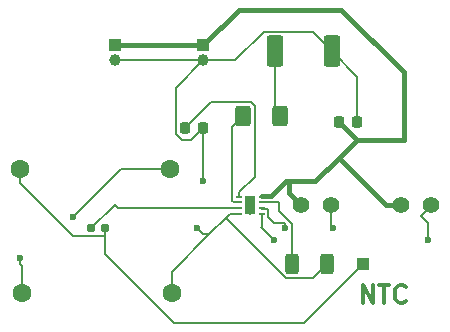
<source format=gbr>
%TF.GenerationSoftware,KiCad,Pcbnew,9.0.6*%
%TF.CreationDate,2025-11-11T17:34:41+05:30*%
%TF.ProjectId,battery_circuit,62617474-6572-4795-9f63-697263756974,rev?*%
%TF.SameCoordinates,Original*%
%TF.FileFunction,Copper,L1,Top*%
%TF.FilePolarity,Positive*%
%FSLAX46Y46*%
G04 Gerber Fmt 4.6, Leading zero omitted, Abs format (unit mm)*
G04 Created by KiCad (PCBNEW 9.0.6) date 2025-11-11 17:34:41*
%MOMM*%
%LPD*%
G01*
G04 APERTURE LIST*
G04 Aperture macros list*
%AMRoundRect*
0 Rectangle with rounded corners*
0 $1 Rounding radius*
0 $2 $3 $4 $5 $6 $7 $8 $9 X,Y pos of 4 corners*
0 Add a 4 corners polygon primitive as box body*
4,1,4,$2,$3,$4,$5,$6,$7,$8,$9,$2,$3,0*
0 Add four circle primitives for the rounded corners*
1,1,$1+$1,$2,$3*
1,1,$1+$1,$4,$5*
1,1,$1+$1,$6,$7*
1,1,$1+$1,$8,$9*
0 Add four rect primitives between the rounded corners*
20,1,$1+$1,$2,$3,$4,$5,0*
20,1,$1+$1,$4,$5,$6,$7,0*
20,1,$1+$1,$6,$7,$8,$9,0*
20,1,$1+$1,$8,$9,$2,$3,0*%
G04 Aperture macros list end*
%ADD10C,0.300000*%
%TA.AperFunction,NonConductor*%
%ADD11C,0.300000*%
%TD*%
%TA.AperFunction,SMDPad,CuDef*%
%ADD12RoundRect,0.225000X-0.225000X-0.250000X0.225000X-0.250000X0.225000X0.250000X-0.225000X0.250000X0*%
%TD*%
%TA.AperFunction,SMDPad,CuDef*%
%ADD13RoundRect,0.250000X-0.312500X-0.625000X0.312500X-0.625000X0.312500X0.625000X-0.312500X0.625000X0*%
%TD*%
%TA.AperFunction,SMDPad,CuDef*%
%ADD14R,0.499999X0.249999*%
%TD*%
%TA.AperFunction,SMDPad,CuDef*%
%ADD15R,0.900001X1.599999*%
%TD*%
%TA.AperFunction,ComponentPad*%
%ADD16C,0.499999*%
%TD*%
%TA.AperFunction,ComponentPad*%
%ADD17C,1.400000*%
%TD*%
%TA.AperFunction,ComponentPad*%
%ADD18R,1.000000X1.000000*%
%TD*%
%TA.AperFunction,ComponentPad*%
%ADD19C,1.600000*%
%TD*%
%TA.AperFunction,SMDPad,CuDef*%
%ADD20RoundRect,0.250000X-0.400000X-0.625000X0.400000X-0.625000X0.400000X0.625000X-0.400000X0.625000X0*%
%TD*%
%TA.AperFunction,ComponentPad*%
%ADD21C,1.000000*%
%TD*%
%TA.AperFunction,SMDPad,CuDef*%
%ADD22RoundRect,0.160000X-0.197500X-0.160000X0.197500X-0.160000X0.197500X0.160000X-0.197500X0.160000X0*%
%TD*%
%TA.AperFunction,SMDPad,CuDef*%
%ADD23RoundRect,0.249999X-0.450001X-1.075001X0.450001X-1.075001X0.450001X1.075001X-0.450001X1.075001X0*%
%TD*%
%TA.AperFunction,ViaPad*%
%ADD24C,0.600000*%
%TD*%
%TA.AperFunction,Conductor*%
%ADD25C,0.200000*%
%TD*%
%TA.AperFunction,Conductor*%
%ADD26C,0.400000*%
%TD*%
G04 APERTURE END LIST*
D10*
D11*
X151554510Y-115800828D02*
X151554510Y-114300828D01*
X151554510Y-114300828D02*
X152411653Y-115800828D01*
X152411653Y-115800828D02*
X152411653Y-114300828D01*
X152911654Y-114300828D02*
X153768797Y-114300828D01*
X153340225Y-115800828D02*
X153340225Y-114300828D01*
X155125939Y-115657971D02*
X155054511Y-115729400D01*
X155054511Y-115729400D02*
X154840225Y-115800828D01*
X154840225Y-115800828D02*
X154697368Y-115800828D01*
X154697368Y-115800828D02*
X154483082Y-115729400D01*
X154483082Y-115729400D02*
X154340225Y-115586542D01*
X154340225Y-115586542D02*
X154268796Y-115443685D01*
X154268796Y-115443685D02*
X154197368Y-115157971D01*
X154197368Y-115157971D02*
X154197368Y-114943685D01*
X154197368Y-114943685D02*
X154268796Y-114657971D01*
X154268796Y-114657971D02*
X154340225Y-114515114D01*
X154340225Y-114515114D02*
X154483082Y-114372257D01*
X154483082Y-114372257D02*
X154697368Y-114300828D01*
X154697368Y-114300828D02*
X154840225Y-114300828D01*
X154840225Y-114300828D02*
X155054511Y-114372257D01*
X155054511Y-114372257D02*
X155125939Y-114443685D01*
D12*
%TO.P,C1,1*%
%TO.N,+5V*%
X136450000Y-101000000D03*
%TO.P,C1,2*%
%TO.N,GND*%
X138000000Y-101000000D03*
%TD*%
D13*
%TO.P,R1,1*%
%TO.N,Net-(U1-VSET)*%
X145537500Y-112500000D03*
%TO.P,R1,2*%
%TO.N,GND*%
X148462500Y-112500000D03*
%TD*%
D14*
%TO.P,U1,1,IN*%
%TO.N,+5V*%
X141049999Y-106799998D03*
%TO.P,U1,2,ISET*%
%TO.N,Net-(U1-ISET)*%
X141049999Y-107299996D03*
%TO.P,U1,3,TS*%
%TO.N,Net-(U1-TS)*%
X141049999Y-107799998D03*
%TO.P,U1,4,GND*%
%TO.N,GND*%
X141049999Y-108299997D03*
%TO.P,U1,5,STAT*%
%TO.N,Net-(U1-STAT)*%
X142950001Y-108299997D03*
%TO.P,U1,6,PG_N*%
%TO.N,Net-(U1-PG_N)*%
X142950001Y-107799998D03*
%TO.P,U1,7,VSET*%
%TO.N,Net-(U1-VSET)*%
X142950001Y-107299996D03*
%TO.P,U1,8,OUT*%
%TO.N,+3V6*%
X142950001Y-106799998D03*
D15*
%TO.P,U1,9,PAD*%
%TO.N,GND*%
X142000000Y-107549996D03*
D16*
%TO.P,U1,10*%
X142000000Y-107000000D03*
%TO.P,U1,11*%
X142000000Y-108099997D03*
%TD*%
D17*
%TO.P,R5,1*%
%TO.N,+3V6*%
X154780000Y-107500000D03*
%TO.P,R5,2*%
%TO.N,Net-(U1-STAT)*%
X157320000Y-107500000D03*
%TD*%
D18*
%TO.P,J3,1,Pin_1*%
%TO.N,Net-(J3-Pin_1)*%
X151500000Y-112500000D03*
%TD*%
D19*
%TO.P,R7,1*%
%TO.N,Net-(J3-Pin_1)*%
X122500000Y-104500000D03*
%TO.P,R7,2*%
%TO.N,Net-(R7-Pad2)*%
X135200000Y-104500000D03*
%TD*%
D12*
%TO.P,C2,1*%
%TO.N,+3V6*%
X149500000Y-100500000D03*
%TO.P,C2,2*%
%TO.N,GND*%
X151050000Y-100500000D03*
%TD*%
D20*
%TO.P,R2,1*%
%TO.N,Net-(U1-ISET)*%
X141400000Y-100000000D03*
%TO.P,R2,2*%
%TO.N,Net-(R2-Pad2)*%
X144500000Y-100000000D03*
%TD*%
D18*
%TO.P,J2,1,Pin_1*%
%TO.N,+3V6*%
X130500000Y-94000000D03*
D21*
%TO.P,J2,2,Pin_2*%
%TO.N,GND*%
X130500000Y-95270000D03*
%TD*%
D22*
%TO.P,R6,1*%
%TO.N,Net-(U1-TS)*%
X128500000Y-109500000D03*
%TO.P,R6,2*%
%TO.N,Net-(J3-Pin_1)*%
X129695000Y-109500000D03*
%TD*%
D23*
%TO.P,R3,1*%
%TO.N,Net-(R2-Pad2)*%
X144100000Y-94500000D03*
%TO.P,R3,2*%
%TO.N,GND*%
X148900000Y-94500000D03*
%TD*%
D17*
%TO.P,R4,1*%
%TO.N,+3V6*%
X146280000Y-107500000D03*
%TO.P,R4,2*%
%TO.N,Net-(U1-PG_N)*%
X148820000Y-107500000D03*
%TD*%
D18*
%TO.P,J1,1,Pin_1*%
%TO.N,+3V6*%
X138000000Y-94000000D03*
D21*
%TO.P,J1,2,Pin_2*%
%TO.N,GND*%
X138000000Y-95270000D03*
%TD*%
D19*
%TO.P,R8,1*%
%TO.N,Net-(R7-Pad2)*%
X122650000Y-115000000D03*
%TO.P,R8,2*%
%TO.N,GND*%
X135350000Y-115000000D03*
%TD*%
D24*
%TO.N,GND*%
X137500000Y-109500000D03*
X138000000Y-105500000D03*
%TO.N,Net-(U1-PG_N)*%
X149000000Y-109500000D03*
X144937500Y-109500000D03*
%TO.N,Net-(U1-STAT)*%
X144000000Y-110500000D03*
X157000000Y-110500000D03*
%TO.N,Net-(R7-Pad2)*%
X127000000Y-108500000D03*
X122500000Y-112000000D03*
%TD*%
D25*
%TO.N,+5V*%
X138626000Y-98824000D02*
X142035160Y-98824000D01*
X141049999Y-106450001D02*
X141049999Y-106799998D01*
X142351000Y-99139840D02*
X142351000Y-105149000D01*
X142035160Y-98824000D02*
X142351000Y-99139840D01*
X136450000Y-101000000D02*
X138626000Y-98824000D01*
X142351000Y-105149000D02*
X141049999Y-106450001D01*
%TO.N,GND*%
X135350000Y-115000000D02*
X135350000Y-113173000D01*
X138511500Y-110011500D02*
X140011500Y-108511500D01*
X147274000Y-92874000D02*
X148900000Y-94500000D01*
X135699000Y-97571000D02*
X135699000Y-101474110D01*
X144989840Y-113676000D02*
X140011500Y-108697660D01*
X147286500Y-113676000D02*
X144989840Y-113676000D01*
X143126000Y-92874000D02*
X147274000Y-92874000D01*
X140223003Y-108299997D02*
X140011500Y-108511500D01*
X138000000Y-101000000D02*
X138000000Y-105500000D01*
X135699000Y-101474110D02*
X136224890Y-102000000D01*
X141049999Y-108299997D02*
X140223003Y-108299997D01*
X138000000Y-95270000D02*
X135699000Y-97571000D01*
X136224890Y-102000000D02*
X137000000Y-102000000D01*
X130500000Y-95270000D02*
X138000000Y-95270000D01*
X138011500Y-110011500D02*
X138511500Y-110011500D01*
X135350000Y-113173000D02*
X138511500Y-110011500D01*
X137000000Y-102000000D02*
X138000000Y-101000000D01*
X138000000Y-95270000D02*
X140730000Y-95270000D01*
X140011500Y-108697660D02*
X140011500Y-108511500D01*
X137500000Y-109500000D02*
X138011500Y-110011500D01*
X148462500Y-112500000D02*
X147286500Y-113676000D01*
X140730000Y-95270000D02*
X143126000Y-92874000D01*
X151050000Y-100500000D02*
X151050000Y-96650000D01*
X151050000Y-96650000D02*
X148900000Y-94500000D01*
D26*
%TO.N,+3V6*%
X155000000Y-96299134D02*
X149700866Y-91000000D01*
X155000000Y-102000000D02*
X155000000Y-96299134D01*
X151000000Y-102000000D02*
X155000000Y-102000000D01*
X149500000Y-103500000D02*
X151000000Y-102000000D01*
X145280000Y-105780000D02*
X145000000Y-105500000D01*
X145280000Y-106500000D02*
X145280000Y-105780000D01*
X143726003Y-106773997D02*
X142950001Y-106773997D01*
X149700866Y-91000000D02*
X141000000Y-91000000D01*
X154780000Y-107500000D02*
X153500000Y-107500000D01*
X145000000Y-105500000D02*
X143726003Y-106773997D01*
X130500000Y-94000000D02*
X138000000Y-94000000D01*
X149500000Y-100500000D02*
X151000000Y-102000000D01*
X145280000Y-106500000D02*
X146280000Y-107500000D01*
X153500000Y-107500000D02*
X149500000Y-103500000D01*
X141000000Y-91000000D02*
X138000000Y-94000000D01*
X147500000Y-105500000D02*
X149500000Y-103500000D01*
X145000000Y-105500000D02*
X147500000Y-105500000D01*
D25*
%TO.N,Net-(J3-Pin_1)*%
X129695000Y-110000000D02*
X129695000Y-109500000D01*
X151500000Y-112500000D02*
X146500000Y-117500000D01*
X129574000Y-110121000D02*
X126989630Y-110121000D01*
X122500000Y-105631370D02*
X122500000Y-104500000D01*
X146500000Y-117500000D02*
X135486114Y-117500000D01*
X135486114Y-117500000D02*
X129695000Y-111708886D01*
X129695000Y-110000000D02*
X129574000Y-110121000D01*
X126989630Y-110121000D02*
X122500000Y-105631370D01*
X129695000Y-111708886D02*
X129695000Y-110000000D01*
%TO.N,Net-(U1-VSET)*%
X145537500Y-112500000D02*
X145537500Y-109099000D01*
X144438500Y-108000000D02*
X144438500Y-107300998D01*
X145537500Y-109099000D02*
X144438500Y-108000000D01*
X144438500Y-107300998D02*
X142950001Y-107300998D01*
%TO.N,Net-(R2-Pad2)*%
X144100000Y-99600000D02*
X144500000Y-100000000D01*
X144100000Y-94500000D02*
X144100000Y-99600000D01*
%TO.N,Net-(U1-ISET)*%
X140572999Y-107299996D02*
X141049999Y-107299996D01*
X141400000Y-100000000D02*
X140449001Y-100950999D01*
X140449001Y-100950999D02*
X140449001Y-107175998D01*
X140449001Y-107175998D02*
X140572999Y-107299996D01*
%TO.N,Net-(U1-PG_N)*%
X144937500Y-109500000D02*
X144937500Y-109127600D01*
X149000000Y-109500000D02*
X148820000Y-109320000D01*
X143501000Y-107873998D02*
X142950001Y-107873998D01*
X142950001Y-107873998D02*
X142950001Y-107799998D01*
X144809900Y-109000000D02*
X144000000Y-109000000D01*
X144000000Y-109000000D02*
X143501000Y-108501000D01*
X143501000Y-108501000D02*
X143501000Y-107873998D01*
X148820000Y-109320000D02*
X148820000Y-107500000D01*
X144937500Y-109127600D02*
X144809900Y-109000000D01*
%TO.N,Net-(U1-STAT)*%
X157320000Y-107500000D02*
X156410000Y-108410000D01*
X142950001Y-109350003D02*
X142950001Y-108299997D01*
X157000000Y-109000000D02*
X156410000Y-108410000D01*
X142900002Y-109400002D02*
X142950001Y-109350003D01*
X142900002Y-109400002D02*
X144000000Y-110500000D01*
X157000000Y-110500000D02*
X157000000Y-109000000D01*
%TO.N,Net-(U1-TS)*%
X130799998Y-107799998D02*
X130500000Y-107500000D01*
X141049999Y-107799998D02*
X130799998Y-107799998D01*
X128500000Y-109500000D02*
X130500000Y-107500000D01*
%TO.N,Net-(R7-Pad2)*%
X131000000Y-104500000D02*
X127000000Y-108500000D01*
X122500000Y-112000000D02*
X122500000Y-112500000D01*
X122650000Y-112650000D02*
X122650000Y-115000000D01*
X122500000Y-112500000D02*
X122650000Y-112650000D01*
X135200000Y-104500000D02*
X131000000Y-104500000D01*
%TD*%
M02*

</source>
